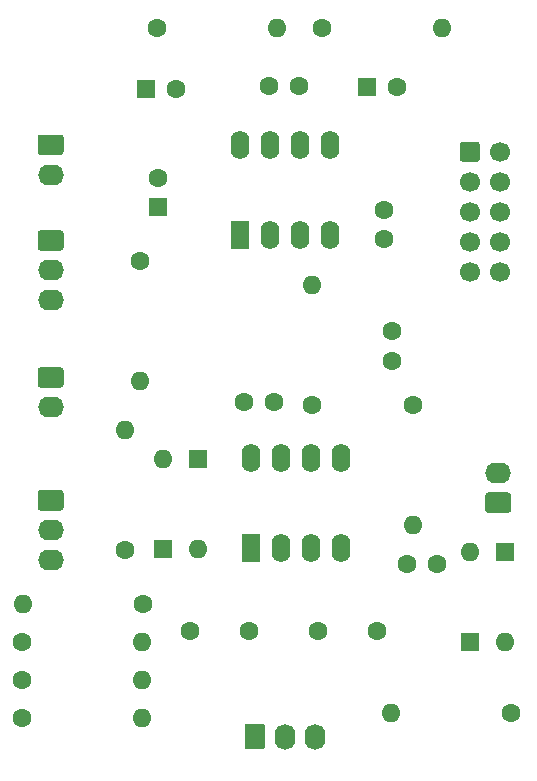
<source format=gbr>
%TF.GenerationSoftware,KiCad,Pcbnew,5.1.10-88a1d61d58~90~ubuntu21.04.1*%
%TF.CreationDate,2021-09-22T00:36:00+02:00*%
%TF.ProjectId,microphone-preamp,6d696372-6f70-4686-9f6e-652d70726561,v1.0.0*%
%TF.SameCoordinates,Original*%
%TF.FileFunction,Soldermask,Top*%
%TF.FilePolarity,Negative*%
%FSLAX46Y46*%
G04 Gerber Fmt 4.6, Leading zero omitted, Abs format (unit mm)*
G04 Created by KiCad (PCBNEW 5.1.10-88a1d61d58~90~ubuntu21.04.1) date 2021-09-22 00:36:00*
%MOMM*%
%LPD*%
G01*
G04 APERTURE LIST*
%ADD10C,1.600000*%
%ADD11R,1.600000X1.600000*%
%ADD12O,2.190000X1.740000*%
%ADD13O,1.600000X1.600000*%
%ADD14C,1.700000*%
%ADD15O,1.600000X2.400000*%
%ADD16R,1.600000X2.400000*%
%ADD17O,1.740000X2.190000*%
G04 APERTURE END LIST*
D10*
%TO.C,C2*%
X135600000Y-73700000D03*
D11*
X135600000Y-76200000D03*
%TD*%
D10*
%TO.C,C5*%
X143300000Y-112100000D03*
X138300000Y-112100000D03*
%TD*%
%TO.C,C4*%
X154100000Y-112100000D03*
X149100000Y-112100000D03*
%TD*%
D12*
%TO.C,J2*%
X126500000Y-84080000D03*
X126500000Y-81540000D03*
G36*
G01*
X125654999Y-78130000D02*
X127345001Y-78130000D01*
G75*
G02*
X127595000Y-78379999I0J-249999D01*
G01*
X127595000Y-79620001D01*
G75*
G02*
X127345001Y-79870000I-249999J0D01*
G01*
X125654999Y-79870000D01*
G75*
G02*
X125405000Y-79620001I0J249999D01*
G01*
X125405000Y-78379999D01*
G75*
G02*
X125654999Y-78130000I249999J0D01*
G01*
G37*
%TD*%
D13*
%TO.C,R11*%
X145660000Y-61000000D03*
D10*
X135500000Y-61000000D03*
%TD*%
D13*
%TO.C,R10*%
X159660000Y-61000000D03*
D10*
X149500000Y-61000000D03*
%TD*%
D14*
%TO.C,J7*%
X164540000Y-81660000D03*
X164540000Y-79120000D03*
X164540000Y-76580000D03*
X164540000Y-74040000D03*
X164540000Y-71500000D03*
X162000000Y-81660000D03*
X162000000Y-79120000D03*
X162000000Y-76580000D03*
X162000000Y-74040000D03*
G36*
G01*
X161150000Y-72100000D02*
X161150000Y-70900000D01*
G75*
G02*
X161400000Y-70650000I250000J0D01*
G01*
X162600000Y-70650000D01*
G75*
G02*
X162850000Y-70900000I0J-250000D01*
G01*
X162850000Y-72100000D01*
G75*
G02*
X162600000Y-72350000I-250000J0D01*
G01*
X161400000Y-72350000D01*
G75*
G02*
X161150000Y-72100000I0J250000D01*
G01*
G37*
%TD*%
D10*
%TO.C,C10*%
X155800000Y-66000000D03*
D11*
X153300000Y-66000000D03*
%TD*%
D10*
%TO.C,C9*%
X137100000Y-66200000D03*
D11*
X134600000Y-66200000D03*
%TD*%
D15*
%TO.C,U2*%
X142500000Y-70880000D03*
X150120000Y-78500000D03*
X145040000Y-70880000D03*
X147580000Y-78500000D03*
X147580000Y-70880000D03*
X145040000Y-78500000D03*
X150120000Y-70880000D03*
D16*
X142500000Y-78500000D03*
%TD*%
D15*
%TO.C,U1*%
X143500000Y-97380000D03*
X151120000Y-105000000D03*
X146040000Y-97380000D03*
X148580000Y-105000000D03*
X148580000Y-97380000D03*
X146040000Y-105000000D03*
X151120000Y-97380000D03*
D16*
X143500000Y-105000000D03*
%TD*%
D13*
%TO.C,R9*%
X157200000Y-103060000D03*
D10*
X157200000Y-92900000D03*
%TD*%
D13*
%TO.C,R8*%
X148600000Y-82740000D03*
D10*
X148600000Y-92900000D03*
%TD*%
D13*
%TO.C,R7*%
X124140000Y-109800000D03*
D10*
X134300000Y-109800000D03*
%TD*%
D13*
%TO.C,R6*%
X155340000Y-119000000D03*
D10*
X165500000Y-119000000D03*
%TD*%
D13*
%TO.C,R5*%
X132800000Y-95040000D03*
D10*
X132800000Y-105200000D03*
%TD*%
D13*
%TO.C,R4*%
X134260000Y-113000000D03*
D10*
X124100000Y-113000000D03*
%TD*%
D13*
%TO.C,R3*%
X134260000Y-119400000D03*
D10*
X124100000Y-119400000D03*
%TD*%
D13*
%TO.C,R2*%
X134260000Y-116200000D03*
D10*
X124100000Y-116200000D03*
%TD*%
D13*
%TO.C,R1*%
X134100000Y-90860000D03*
D10*
X134100000Y-80700000D03*
%TD*%
D12*
%TO.C,J6*%
X164400000Y-98660000D03*
G36*
G01*
X165245001Y-102070000D02*
X163554999Y-102070000D01*
G75*
G02*
X163305000Y-101820001I0J249999D01*
G01*
X163305000Y-100579999D01*
G75*
G02*
X163554999Y-100330000I249999J0D01*
G01*
X165245001Y-100330000D01*
G75*
G02*
X165495000Y-100579999I0J-249999D01*
G01*
X165495000Y-101820001D01*
G75*
G02*
X165245001Y-102070000I-249999J0D01*
G01*
G37*
%TD*%
%TO.C,J5*%
X126500000Y-93140000D03*
G36*
G01*
X125654999Y-89730000D02*
X127345001Y-89730000D01*
G75*
G02*
X127595000Y-89979999I0J-249999D01*
G01*
X127595000Y-91220001D01*
G75*
G02*
X127345001Y-91470000I-249999J0D01*
G01*
X125654999Y-91470000D01*
G75*
G02*
X125405000Y-91220001I0J249999D01*
G01*
X125405000Y-89979999D01*
G75*
G02*
X125654999Y-89730000I249999J0D01*
G01*
G37*
%TD*%
%TO.C,J4*%
X126500000Y-106080000D03*
X126500000Y-103540000D03*
G36*
G01*
X125654999Y-100130000D02*
X127345001Y-100130000D01*
G75*
G02*
X127595000Y-100379999I0J-249999D01*
G01*
X127595000Y-101620001D01*
G75*
G02*
X127345001Y-101870000I-249999J0D01*
G01*
X125654999Y-101870000D01*
G75*
G02*
X125405000Y-101620001I0J249999D01*
G01*
X125405000Y-100379999D01*
G75*
G02*
X125654999Y-100130000I249999J0D01*
G01*
G37*
%TD*%
D17*
%TO.C,J3*%
X148880000Y-121000000D03*
X146340000Y-121000000D03*
G36*
G01*
X142930000Y-121845001D02*
X142930000Y-120154999D01*
G75*
G02*
X143179999Y-119905000I249999J0D01*
G01*
X144420001Y-119905000D01*
G75*
G02*
X144670000Y-120154999I0J-249999D01*
G01*
X144670000Y-121845001D01*
G75*
G02*
X144420001Y-122095000I-249999J0D01*
G01*
X143179999Y-122095000D01*
G75*
G02*
X142930000Y-121845001I0J249999D01*
G01*
G37*
%TD*%
D12*
%TO.C,J1*%
X126500000Y-73440000D03*
G36*
G01*
X125654999Y-70030000D02*
X127345001Y-70030000D01*
G75*
G02*
X127595000Y-70279999I0J-249999D01*
G01*
X127595000Y-71520001D01*
G75*
G02*
X127345001Y-71770000I-249999J0D01*
G01*
X125654999Y-71770000D01*
G75*
G02*
X125405000Y-71520001I0J249999D01*
G01*
X125405000Y-70279999D01*
G75*
G02*
X125654999Y-70030000I249999J0D01*
G01*
G37*
%TD*%
D13*
%TO.C,D4*%
X136000000Y-97480000D03*
D11*
X136000000Y-105100000D03*
%TD*%
D13*
%TO.C,D3*%
X165000000Y-113020000D03*
D11*
X165000000Y-105400000D03*
%TD*%
D13*
%TO.C,D2*%
X139000000Y-105120000D03*
D11*
X139000000Y-97500000D03*
%TD*%
D13*
%TO.C,D1*%
X162000000Y-105380000D03*
D11*
X162000000Y-113000000D03*
%TD*%
D10*
%TO.C,C8*%
X155400000Y-89200000D03*
X155400000Y-86700000D03*
%TD*%
%TO.C,C7*%
X154700000Y-76400000D03*
X154700000Y-78900000D03*
%TD*%
%TO.C,C6*%
X159200000Y-106400000D03*
X156700000Y-106400000D03*
%TD*%
%TO.C,C3*%
X147500000Y-65900000D03*
X145000000Y-65900000D03*
%TD*%
%TO.C,C1*%
X142900000Y-92700000D03*
X145400000Y-92700000D03*
%TD*%
M02*

</source>
